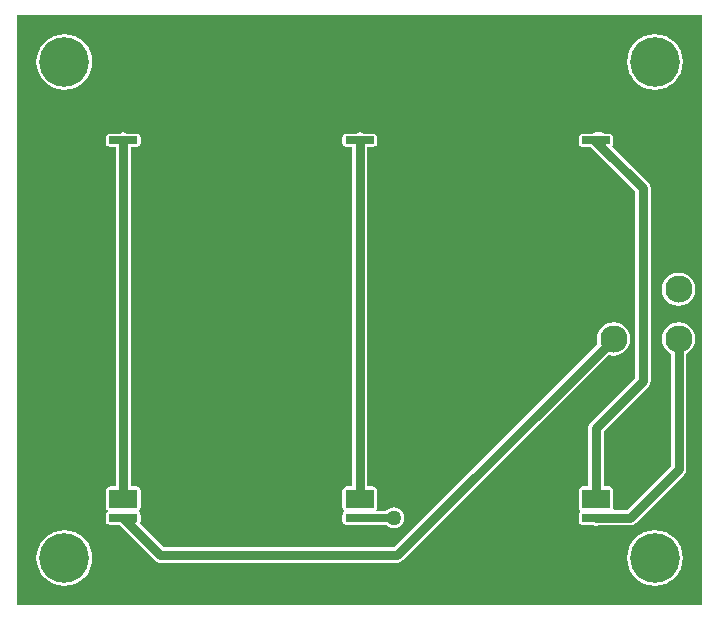
<source format=gtl>
G04*
G04 #@! TF.GenerationSoftware,Altium Limited,Altium Designer,22.1.2 (22)*
G04*
G04 Layer_Physical_Order=1*
G04 Layer_Color=255*
%FSLAX25Y25*%
%MOIN*%
G70*
G04*
G04 #@! TF.SameCoordinates,94212916-5215-4C0A-BD21-050921E15A7C*
G04*
G04*
G04 #@! TF.FilePolarity,Positive*
G04*
G01*
G75*
G04:AMPARAMS|DCode=12|XSize=62.99mil|YSize=94.49mil|CornerRadius=3.15mil|HoleSize=0mil|Usage=FLASHONLY|Rotation=270.000|XOffset=0mil|YOffset=0mil|HoleType=Round|Shape=RoundedRectangle|*
%AMROUNDEDRECTD12*
21,1,0.06299,0.08819,0,0,270.0*
21,1,0.05669,0.09449,0,0,270.0*
1,1,0.00630,-0.04409,-0.02835*
1,1,0.00630,-0.04409,0.02835*
1,1,0.00630,0.04409,0.02835*
1,1,0.00630,0.04409,-0.02835*
%
%ADD12ROUNDEDRECTD12*%
G04:AMPARAMS|DCode=13|XSize=23.62mil|YSize=94.49mil|CornerRadius=1.18mil|HoleSize=0mil|Usage=FLASHONLY|Rotation=270.000|XOffset=0mil|YOffset=0mil|HoleType=Round|Shape=RoundedRectangle|*
%AMROUNDEDRECTD13*
21,1,0.02362,0.09213,0,0,270.0*
21,1,0.02126,0.09449,0,0,270.0*
1,1,0.00236,-0.04606,-0.01063*
1,1,0.00236,-0.04606,0.01063*
1,1,0.00236,0.04606,0.01063*
1,1,0.00236,0.04606,-0.01063*
%
%ADD13ROUNDEDRECTD13*%
%ADD19C,0.03000*%
%ADD20C,0.02000*%
%ADD21C,0.02500*%
%ADD22C,0.16535*%
%ADD23C,0.09055*%
%ADD24C,0.05000*%
G36*
X232283Y3937D02*
X3937D01*
Y200787D01*
X232283D01*
Y3937D01*
D02*
G37*
%LPC*%
G36*
X216535Y194352D02*
X214719Y194173D01*
X212972Y193643D01*
X211362Y192782D01*
X209950Y191624D01*
X208792Y190213D01*
X207932Y188603D01*
X207402Y186856D01*
X207223Y185039D01*
X207402Y183223D01*
X207932Y181476D01*
X208792Y179866D01*
X209950Y178454D01*
X211362Y177296D01*
X212972Y176436D01*
X214719Y175906D01*
X216535Y175727D01*
X218352Y175906D01*
X220099Y176436D01*
X221709Y177296D01*
X223120Y178454D01*
X224278Y179866D01*
X225139Y181476D01*
X225669Y183223D01*
X225848Y185039D01*
X225669Y186856D01*
X225139Y188603D01*
X224278Y190213D01*
X223120Y191624D01*
X221709Y192782D01*
X220099Y193643D01*
X218352Y194173D01*
X216535Y194352D01*
D02*
G37*
G36*
X19685D02*
X17868Y194173D01*
X16121Y193643D01*
X14511Y192782D01*
X13100Y191624D01*
X11942Y190213D01*
X11081Y188603D01*
X10551Y186856D01*
X10373Y185039D01*
X10551Y183223D01*
X11081Y181476D01*
X11942Y179866D01*
X13100Y178454D01*
X14511Y177296D01*
X16121Y176436D01*
X17868Y175906D01*
X19685Y175727D01*
X21502Y175906D01*
X23249Y176436D01*
X24859Y177296D01*
X26270Y178454D01*
X27428Y179866D01*
X28289Y181476D01*
X28819Y183223D01*
X28998Y185039D01*
X28819Y186856D01*
X28289Y188603D01*
X27428Y190213D01*
X26270Y191624D01*
X24859Y192782D01*
X23249Y193643D01*
X21502Y194173D01*
X19685Y194352D01*
D02*
G37*
G36*
X224409Y114827D02*
X222966Y114637D01*
X221622Y114080D01*
X220467Y113194D01*
X219581Y112040D01*
X219024Y110695D01*
X218834Y109252D01*
X219024Y107809D01*
X219581Y106464D01*
X220467Y105310D01*
X221622Y104424D01*
X222966Y103867D01*
X224409Y103677D01*
X225852Y103867D01*
X227197Y104424D01*
X228352Y105310D01*
X229238Y106464D01*
X229795Y107809D01*
X229985Y109252D01*
X229795Y110695D01*
X229238Y112040D01*
X228352Y113194D01*
X227197Y114080D01*
X225852Y114637D01*
X224409Y114827D01*
D02*
G37*
G36*
X39370Y161525D02*
X38394Y161331D01*
X38167Y161179D01*
X34764D01*
X34327Y161093D01*
X33958Y160845D01*
X33711Y160476D01*
X33624Y160039D01*
Y157913D01*
X33711Y157477D01*
X33958Y157107D01*
X34327Y156860D01*
X34764Y156773D01*
X36821D01*
Y43545D01*
X34961D01*
X34448Y43443D01*
X34012Y43153D01*
X33722Y42718D01*
X33620Y42205D01*
Y36535D01*
X33722Y36022D01*
X34012Y35587D01*
X34094Y35533D01*
X34078Y34942D01*
X33958Y34861D01*
X33711Y34492D01*
X33624Y34055D01*
Y31929D01*
X33711Y31493D01*
X33958Y31123D01*
X34327Y30876D01*
X34764Y30789D01*
X37968D01*
X49891Y18867D01*
X50718Y18314D01*
X51693Y18120D01*
X130709D01*
X131684Y18314D01*
X132511Y18867D01*
X201074Y87430D01*
X201313Y87331D01*
X202756Y87141D01*
X204199Y87331D01*
X205544Y87888D01*
X206698Y88774D01*
X207584Y89929D01*
X208141Y91274D01*
X208331Y92717D01*
X208141Y94160D01*
X207584Y95504D01*
X206698Y96659D01*
X205544Y97545D01*
X204199Y98102D01*
X202756Y98292D01*
X201313Y98102D01*
X199968Y97545D01*
X198814Y96659D01*
X197928Y95504D01*
X197371Y94160D01*
X197181Y92717D01*
X197371Y91274D01*
X197470Y91035D01*
X129653Y23218D01*
X52749D01*
X44807Y31160D01*
X45030Y31493D01*
X45116Y31929D01*
Y34055D01*
X45030Y34492D01*
X44782Y34861D01*
X44662Y34942D01*
X44646Y35533D01*
X44728Y35587D01*
X45018Y36022D01*
X45120Y36535D01*
Y42205D01*
X45018Y42718D01*
X44728Y43153D01*
X44293Y43443D01*
X43780Y43545D01*
X41919D01*
Y156773D01*
X43976D01*
X44413Y156860D01*
X44782Y157107D01*
X45030Y157477D01*
X45116Y157913D01*
Y160039D01*
X45030Y160476D01*
X44782Y160845D01*
X44413Y161093D01*
X43976Y161179D01*
X40573D01*
X40345Y161331D01*
X39370Y161525D01*
D02*
G37*
G36*
X198638D02*
X196850D01*
X195875Y161331D01*
X195648Y161179D01*
X192244D01*
X191808Y161093D01*
X191438Y160845D01*
X191191Y160476D01*
X191104Y160039D01*
Y157913D01*
X191191Y157477D01*
X191438Y157107D01*
X191808Y156860D01*
X192244Y156773D01*
X195134D01*
X210049Y141858D01*
Y79796D01*
X195048Y64794D01*
X194495Y63968D01*
X194301Y62992D01*
Y43545D01*
X192441D01*
X191928Y43443D01*
X191493Y43153D01*
X191202Y42718D01*
X191100Y42205D01*
Y36535D01*
X191202Y36022D01*
X191493Y35587D01*
X191574Y35533D01*
X191559Y34942D01*
X191438Y34861D01*
X191191Y34492D01*
X191104Y34055D01*
Y31929D01*
X191191Y31493D01*
X191438Y31123D01*
X191808Y30876D01*
X192244Y30789D01*
X195648D01*
X195875Y30637D01*
X196850Y30443D01*
X197760Y30624D01*
X208370D01*
X209346Y30818D01*
X210172Y31371D01*
X226212Y47410D01*
X226764Y48237D01*
X226958Y49213D01*
Y87789D01*
X227197Y87888D01*
X228352Y88774D01*
X229238Y89929D01*
X229795Y91274D01*
X229985Y92717D01*
X229795Y94160D01*
X229238Y95504D01*
X228352Y96659D01*
X227197Y97545D01*
X225852Y98102D01*
X224409Y98292D01*
X222966Y98102D01*
X221622Y97545D01*
X220467Y96659D01*
X219581Y95504D01*
X219024Y94160D01*
X218834Y92717D01*
X219024Y91274D01*
X219581Y89929D01*
X220467Y88774D01*
X221622Y87888D01*
X221860Y87789D01*
Y50268D01*
X207314Y35722D01*
X202854D01*
X202538Y36222D01*
X202601Y36535D01*
Y42205D01*
X202499Y42718D01*
X202208Y43153D01*
X201773Y43443D01*
X201260Y43545D01*
X199399D01*
Y61936D01*
X214401Y76938D01*
X214953Y77765D01*
X215147Y78740D01*
Y142913D01*
X214953Y143889D01*
X214401Y144716D01*
X202240Y156877D01*
X202263Y157107D01*
X202510Y157477D01*
X202597Y157913D01*
Y160039D01*
X202510Y160476D01*
X202263Y160845D01*
X201893Y161093D01*
X201457Y161179D01*
X199841D01*
X199613Y161331D01*
X198638Y161525D01*
D02*
G37*
G36*
X118110D02*
X117135Y161331D01*
X116907Y161179D01*
X113504D01*
X113068Y161093D01*
X112698Y160845D01*
X112451Y160476D01*
X112364Y160039D01*
Y157913D01*
X112451Y157477D01*
X112698Y157107D01*
X113068Y156860D01*
X113504Y156773D01*
X115561D01*
Y43545D01*
X113701D01*
X113188Y43443D01*
X112753Y43153D01*
X112462Y42718D01*
X112360Y42205D01*
Y36535D01*
X112462Y36022D01*
X112753Y35587D01*
X112834Y35533D01*
X112819Y34942D01*
X112698Y34861D01*
X112451Y34492D01*
X112364Y34055D01*
Y31929D01*
X112451Y31493D01*
X112698Y31123D01*
X113068Y30876D01*
X113504Y30789D01*
X117889D01*
X118149Y30738D01*
X126906D01*
X127031Y30575D01*
X127762Y30014D01*
X128614Y29661D01*
X129528Y29541D01*
X130441Y29661D01*
X131293Y30014D01*
X132024Y30575D01*
X132585Y31306D01*
X132938Y32157D01*
X133058Y33071D01*
X132938Y33985D01*
X132585Y34836D01*
X132024Y35567D01*
X131293Y36128D01*
X130441Y36481D01*
X129528Y36601D01*
X128614Y36481D01*
X127762Y36128D01*
X127031Y35567D01*
X126846Y35326D01*
X123894D01*
X123627Y35826D01*
X123758Y36022D01*
X123860Y36535D01*
Y42205D01*
X123758Y42718D01*
X123468Y43153D01*
X123033Y43443D01*
X122520Y43545D01*
X120659D01*
Y156773D01*
X122716D01*
X123153Y156860D01*
X123523Y157107D01*
X123770Y157477D01*
X123856Y157913D01*
Y160039D01*
X123770Y160476D01*
X123523Y160845D01*
X123153Y161093D01*
X122716Y161179D01*
X119313D01*
X119086Y161331D01*
X118110Y161525D01*
D02*
G37*
G36*
X216535Y28998D02*
X214719Y28819D01*
X212972Y28289D01*
X211362Y27428D01*
X209950Y26270D01*
X208792Y24859D01*
X207932Y23249D01*
X207402Y21502D01*
X207223Y19685D01*
X207402Y17868D01*
X207932Y16121D01*
X208792Y14511D01*
X209950Y13100D01*
X211362Y11942D01*
X212972Y11081D01*
X214719Y10551D01*
X216535Y10373D01*
X218352Y10551D01*
X220099Y11081D01*
X221709Y11942D01*
X223120Y13100D01*
X224278Y14511D01*
X225139Y16121D01*
X225669Y17868D01*
X225848Y19685D01*
X225669Y21502D01*
X225139Y23249D01*
X224278Y24859D01*
X223120Y26270D01*
X221709Y27428D01*
X220099Y28289D01*
X218352Y28819D01*
X216535Y28998D01*
D02*
G37*
G36*
X19685D02*
X17868Y28819D01*
X16121Y28289D01*
X14511Y27428D01*
X13100Y26270D01*
X11942Y24859D01*
X11081Y23249D01*
X10551Y21502D01*
X10373Y19685D01*
X10551Y17868D01*
X11081Y16121D01*
X11942Y14511D01*
X13100Y13100D01*
X14511Y11942D01*
X16121Y11081D01*
X17868Y10551D01*
X19685Y10373D01*
X21502Y10551D01*
X23249Y11081D01*
X24859Y11942D01*
X26270Y13100D01*
X27428Y14511D01*
X28289Y16121D01*
X28819Y17868D01*
X28998Y19685D01*
X28819Y21502D01*
X28289Y23249D01*
X27428Y24859D01*
X26270Y26270D01*
X24859Y27428D01*
X23249Y28289D01*
X21502Y28819D01*
X19685Y28998D01*
D02*
G37*
%LPD*%
D12*
X196850Y39370D02*
D03*
Y165354D02*
D03*
X118110Y39370D02*
D03*
Y165354D02*
D03*
X39370Y39370D02*
D03*
Y165354D02*
D03*
D13*
X196850Y32992D02*
D03*
Y158976D02*
D03*
X118110Y32992D02*
D03*
Y158976D02*
D03*
X39370Y32992D02*
D03*
Y158976D02*
D03*
D19*
X197031Y33173D02*
X208370D01*
X224409Y49213D02*
Y92717D01*
X208370Y33173D02*
X224409Y49213D01*
X198638Y158976D02*
X198819Y158795D01*
X196850Y158976D02*
X198638D01*
X196693Y158819D02*
X212598Y142913D01*
Y78740D02*
Y142913D01*
X196850Y39370D02*
Y62992D01*
X212598Y78740D01*
X118110Y39370D02*
Y158976D01*
X39370Y39370D02*
Y158976D01*
X51693Y20669D02*
X130709D01*
X39370Y32992D02*
X42198D01*
X42380Y32811D01*
X39370Y32992D02*
X51693Y20669D01*
X130709D02*
X202756Y92717D01*
X196850Y32992D02*
X197031Y33173D01*
D20*
X118110Y32992D02*
X118149Y33031D01*
X129488D02*
X129528Y33071D01*
D21*
X118149Y33031D02*
X129488D01*
D22*
X19685Y185039D02*
D03*
X216535D02*
D03*
Y19685D02*
D03*
X19685D02*
D03*
D23*
X202756Y92717D02*
D03*
Y109252D02*
D03*
X224409D02*
D03*
Y92717D02*
D03*
D24*
X129528Y33071D02*
D03*
M02*

</source>
